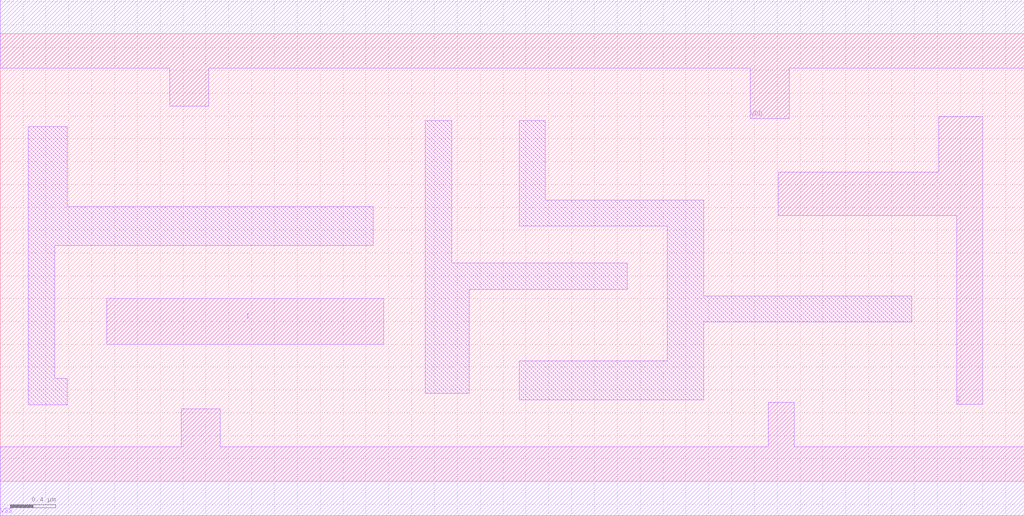
<source format=lef>
# Copyright 2022 GlobalFoundries PDK Authors
#
# Licensed under the Apache License, Version 2.0 (the "License");
# you may not use this file except in compliance with the License.
# You may obtain a copy of the License at
#
#      http://www.apache.org/licenses/LICENSE-2.0
#
# Unless required by applicable law or agreed to in writing, software
# distributed under the License is distributed on an "AS IS" BASIS,
# WITHOUT WARRANTIES OR CONDITIONS OF ANY KIND, either express or implied.
# See the License for the specific language governing permissions and
# limitations under the License.

MACRO gf180mcu_fd_sc_mcu7t5v0__dlyb_1
  CLASS core ;
  FOREIGN gf180mcu_fd_sc_mcu7t5v0__dlyb_1 0.0 0.0 ;
  ORIGIN 0 0 ;
  SYMMETRY X Y ;
  SITE GF018hv5v_mcu_sc7 ;
  SIZE 8.96 BY 3.92 ;
  PIN I
    DIRECTION INPUT ;
    ANTENNAGATEAREA 0.396 ;
    PORT
      LAYER Metal1 ;
        POLYGON 0.93 1.2 3.355 1.2 3.355 1.6 0.93 1.6  ;
    END
  END I
  PIN Z
    DIRECTION OUTPUT ;
    ANTENNADIFFAREA 0.8976 ;
    PORT
      LAYER Metal1 ;
        POLYGON 6.81 2.33 7.975 2.33 8.37 2.33 8.37 0.675 8.6 0.675 8.6 3.195 8.215 3.195 8.215 2.71 7.975 2.71 6.81 2.71  ;
    END
  END Z
  PIN VDD
    DIRECTION INOUT ;
    USE power ;
    SHAPE ABUTMENT ;
    PORT
      LAYER Metal1 ;
        POLYGON 0 3.62 1.485 3.62 1.485 3.285 1.825 3.285 1.825 3.62 3.265 3.62 6.565 3.62 6.565 3.175 6.905 3.175 6.905 3.62 7.975 3.62 8.96 3.62 8.96 4.22 7.975 4.22 3.265 4.22 0 4.22  ;
    END
  END VDD
  PIN VSS
    DIRECTION INOUT ;
    USE ground ;
    SHAPE ABUTMENT ;
    PORT
      LAYER Metal1 ;
        POLYGON 0 -0.3 8.96 -0.3 8.96 0.3 6.95 0.3 6.95 0.69 6.72 0.69 6.72 0.3 1.925 0.3 1.925 0.635 1.585 0.635 1.585 0.3 0 0.3  ;
    END
  END VSS
  OBS
      LAYER Metal1 ;
        POLYGON 0.475 2.065 3.265 2.065 3.265 2.405 0.585 2.405 0.585 3.105 0.245 3.105 0.245 0.67 0.585 0.67 0.585 0.9 0.475 0.9  ;
        POLYGON 3.72 0.77 4.105 0.77 4.105 1.68 5.485 1.68 5.485 1.91 3.95 1.91 3.95 3.16 3.72 3.16  ;
        POLYGON 4.54 2.235 5.835 2.235 5.835 1.055 4.54 1.055 4.54 0.715 6.155 0.715 6.155 1.395 7.975 1.395 7.975 1.625 6.155 1.625 6.155 2.465 4.77 2.465 4.77 3.16 4.54 3.16  ;
  END
END gf180mcu_fd_sc_mcu7t5v0__dlyb_1

</source>
